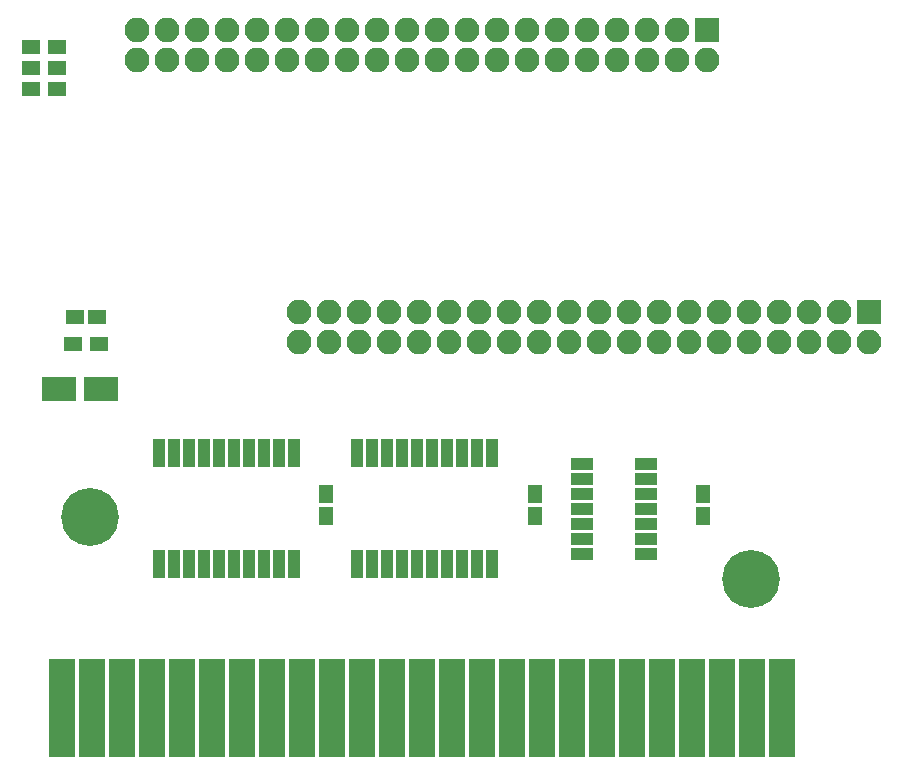
<source format=gbr>
G04 #@! TF.FileFunction,Soldermask,Bot*
%FSLAX46Y46*%
G04 Gerber Fmt 4.6, Leading zero omitted, Abs format (unit mm)*
G04 Created by KiCad (PCBNEW 4.0.7) date 03/27/18 21:59:05*
%MOMM*%
%LPD*%
G01*
G04 APERTURE LIST*
%ADD10C,0.100000*%
%ADD11C,4.900000*%
%ADD12R,2.200000X8.400000*%
%ADD13R,2.100000X2.100000*%
%ADD14O,2.100000X2.100000*%
%ADD15R,1.600000X1.300000*%
%ADD16R,1.000000X2.350000*%
%ADD17R,1.900000X1.000000*%
%ADD18R,1.600000X1.150000*%
%ADD19R,3.000000X2.000000*%
%ADD20R,1.150000X1.600000*%
G04 APERTURE END LIST*
D10*
D11*
X185333640Y-98897440D03*
D12*
X187949840Y-109827440D03*
X185409840Y-109827440D03*
X182869840Y-109827440D03*
X180329840Y-109827440D03*
X177789840Y-109827440D03*
X175249840Y-109827440D03*
X172709840Y-109827440D03*
X170169840Y-109827440D03*
X167629840Y-109827440D03*
X165089840Y-109827440D03*
X162549840Y-109827440D03*
X160009840Y-109827440D03*
X157469840Y-109827440D03*
X154929840Y-109827440D03*
X152389840Y-109827440D03*
X149849840Y-109827440D03*
X147309840Y-109827440D03*
X144769840Y-109827440D03*
X142229840Y-109827440D03*
X139689840Y-109827440D03*
X137149840Y-109827440D03*
X134609840Y-109827440D03*
X132069840Y-109827440D03*
X129529840Y-109827440D03*
X126989840Y-109827440D03*
D11*
X129334260Y-93695520D03*
D13*
X181635000Y-52451000D03*
D14*
X181635000Y-54991000D03*
X179095000Y-52451000D03*
X179095000Y-54991000D03*
X176555000Y-52451000D03*
X176555000Y-54991000D03*
X174015000Y-52451000D03*
X174015000Y-54991000D03*
X171475000Y-52451000D03*
X171475000Y-54991000D03*
X168935000Y-52451000D03*
X168935000Y-54991000D03*
X166395000Y-52451000D03*
X166395000Y-54991000D03*
X163855000Y-52451000D03*
X163855000Y-54991000D03*
X161315000Y-52451000D03*
X161315000Y-54991000D03*
X158775000Y-52451000D03*
X158775000Y-54991000D03*
X156235000Y-52451000D03*
X156235000Y-54991000D03*
X153695000Y-52451000D03*
X153695000Y-54991000D03*
X151155000Y-52451000D03*
X151155000Y-54991000D03*
X148615000Y-52451000D03*
X148615000Y-54991000D03*
X146075000Y-52451000D03*
X146075000Y-54991000D03*
X143535000Y-52451000D03*
X143535000Y-54991000D03*
X140995000Y-52451000D03*
X140995000Y-54991000D03*
X138455000Y-52451000D03*
X138455000Y-54991000D03*
X135915000Y-52451000D03*
X135915000Y-54991000D03*
X133375000Y-52451000D03*
X133375000Y-54991000D03*
D13*
X195326000Y-76327000D03*
D14*
X195326000Y-78867000D03*
X192786000Y-76327000D03*
X192786000Y-78867000D03*
X190246000Y-76327000D03*
X190246000Y-78867000D03*
X187706000Y-76327000D03*
X187706000Y-78867000D03*
X185166000Y-76327000D03*
X185166000Y-78867000D03*
X182626000Y-76327000D03*
X182626000Y-78867000D03*
X180086000Y-76327000D03*
X180086000Y-78867000D03*
X177546000Y-76327000D03*
X177546000Y-78867000D03*
X175006000Y-76327000D03*
X175006000Y-78867000D03*
X172466000Y-76327000D03*
X172466000Y-78867000D03*
X169926000Y-76327000D03*
X169926000Y-78867000D03*
X167386000Y-76327000D03*
X167386000Y-78867000D03*
X164846000Y-76327000D03*
X164846000Y-78867000D03*
X162306000Y-76327000D03*
X162306000Y-78867000D03*
X159766000Y-76327000D03*
X159766000Y-78867000D03*
X157226000Y-76327000D03*
X157226000Y-78867000D03*
X154686000Y-76327000D03*
X154686000Y-78867000D03*
X152146000Y-76327000D03*
X152146000Y-78867000D03*
X149606000Y-76327000D03*
X149606000Y-78867000D03*
X147066000Y-76327000D03*
X147066000Y-78867000D03*
D15*
X126576000Y-53848000D03*
X124376000Y-53848000D03*
D16*
X152019000Y-88264000D03*
X153289000Y-88264000D03*
X154559000Y-88264000D03*
X155829000Y-88264000D03*
X157099000Y-88264000D03*
X158369000Y-88264000D03*
X159639000Y-88264000D03*
X160909000Y-88264000D03*
X162179000Y-88264000D03*
X163449000Y-88264000D03*
X163449000Y-97664000D03*
X162179000Y-97664000D03*
X160909000Y-97664000D03*
X159639000Y-97664000D03*
X158369000Y-97664000D03*
X157099000Y-97664000D03*
X155829000Y-97664000D03*
X154559000Y-97664000D03*
X153289000Y-97664000D03*
X152019000Y-97664000D03*
X135255000Y-88264000D03*
X136525000Y-88264000D03*
X137795000Y-88264000D03*
X139065000Y-88264000D03*
X140335000Y-88264000D03*
X141605000Y-88264000D03*
X142875000Y-88264000D03*
X144145000Y-88264000D03*
X145415000Y-88264000D03*
X146685000Y-88264000D03*
X146685000Y-97664000D03*
X145415000Y-97664000D03*
X144145000Y-97664000D03*
X142875000Y-97664000D03*
X141605000Y-97664000D03*
X140335000Y-97664000D03*
X139065000Y-97664000D03*
X137795000Y-97664000D03*
X136525000Y-97664000D03*
X135255000Y-97664000D03*
D17*
X176436000Y-89154000D03*
X176436000Y-90424000D03*
X176436000Y-91694000D03*
X176436000Y-92964000D03*
X176436000Y-94234000D03*
X176436000Y-95504000D03*
X176436000Y-96774000D03*
X171036000Y-96774000D03*
X171036000Y-95504000D03*
X171036000Y-94234000D03*
X171036000Y-92964000D03*
X171036000Y-91694000D03*
X171036000Y-90424000D03*
X171036000Y-89154000D03*
D18*
X129982000Y-76708000D03*
X128082000Y-76708000D03*
D19*
X130324000Y-82804000D03*
X126724000Y-82804000D03*
D15*
X130132000Y-78994000D03*
X127932000Y-78994000D03*
D20*
X181254000Y-93583800D03*
X181254000Y-91683800D03*
X149352000Y-91709200D03*
X149352000Y-93609200D03*
X167081000Y-93609200D03*
X167081000Y-91709200D03*
D15*
X126576000Y-55626000D03*
X124376000Y-55626000D03*
X126576000Y-57404000D03*
X124376000Y-57404000D03*
M02*

</source>
